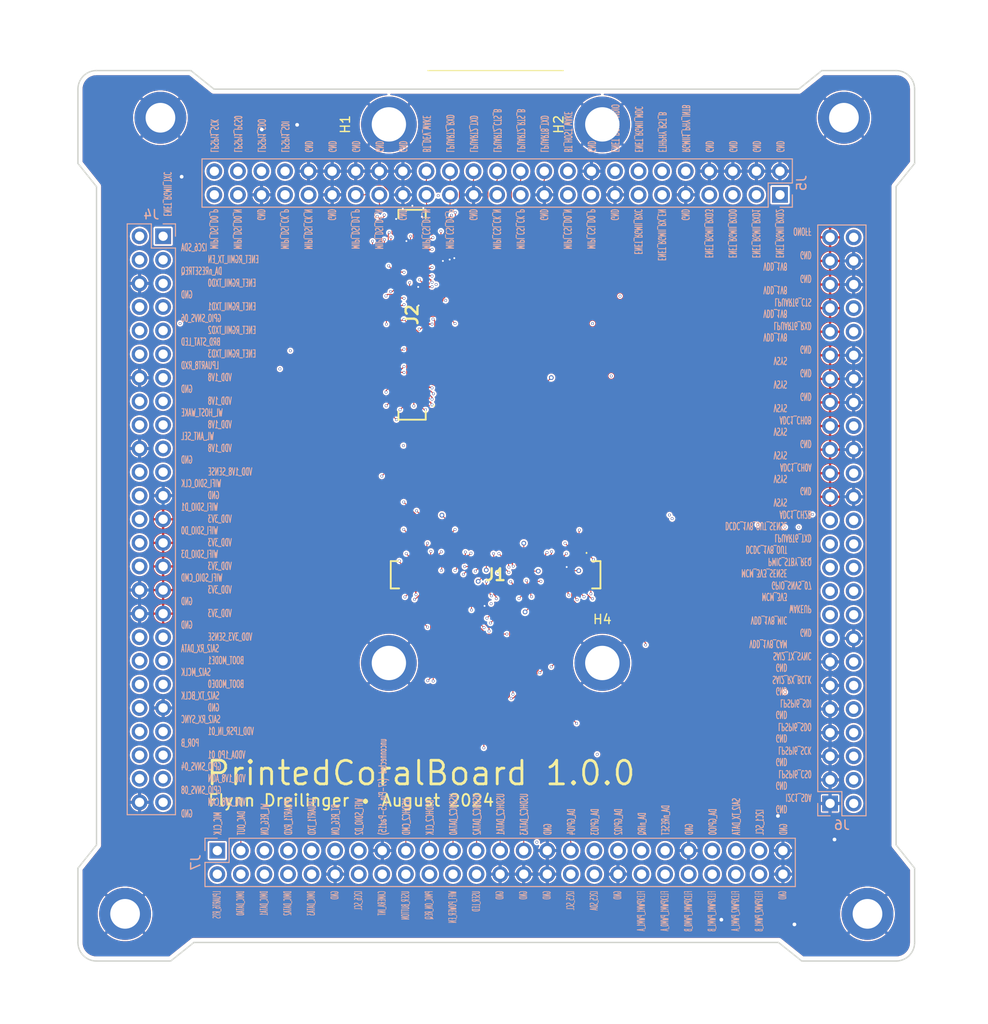
<source format=kicad_pcb>
(kicad_pcb (version 20240108) (generator "pcbnew") (generator_version "8.0")
  (layers (0 "F.Cu" signal) (1 "In1.Cu" signal) (2 "In2.Cu" signal) (31 "B.Cu" signal) (34 "B.Paste" user) (35 "F.Paste" user) (36 "B.SilkS" user "B.Silkscreen") (37 "F.SilkS" user "F.Silkscreen") (38 "B.Mask" user) (39 "F.Mask" user) (44 "Edge.Cuts" user))
  (net 0 "")
  (net 1 "VDD_3V3")
  (net 2 "ONOFF")
  (net 3 "PMIC_STBY_REQ")
  (net 4 "WAKEUP")
  (net 5 "PMIC_ON_REQ")
  (net 6 "DAC_OUT")
  (net 7 "USDHC2_DATA3")
  (net 8 "USDHC2_DATA2")
  (net 9 "USDHC2_DATA1")
  (net 10 "USDHC2_DATA0")
  (net 11 "USDHC2_CLK")
  (net 12 "USDHC2_CMD")
  (net 13 "USER_LED")
  (net 14 "VDD_1V8")
  (net 15 "LPSPI6_SDI")
  (net 16 "ADC1_CH0A")
  (net 17 "VDD")
  (net 18 "DA_GPIO2")
  (net 19 "GPIO_SNVS_04")
  (net 20 "BRD_STAT_LED")
  (net 21 "WIFI_SDIO_D2")
  (net 22 "FLEXPWM2_PWM1_B")
  (net 23 "GPIO_SNVS_06")
  (net 24 "FLEXPWM1_PWM1_A")
  (net 25 "GPIO_SNVS_07")
  (net 26 "GPIO_SNVS_08")
  (net 27 "DA_GPIO0")
  (net 28 "SAI2_RX_DATA")
  (net 29 "I2C1_SCL")
  (net 30 "WIFI_SDIO_D3")
  (net 31 "FLEXPWM1_PWM0_B")
  (net 32 "SAI2_RX_SYNC")
  (net 33 "FLEXPWM1_PWM0_A")
  (net 34 "DA_nRESETREQ")
  (net 35 "I2C5_SCL")
  (net 36 "LPSPI6_SDO")
  (net 37 "SAI2_MCLK")
  (net 38 "ADC1_CH2B")
  (net 39 "FLEXPWM1_PWM1_B")
  (net 40 "DMIC_DATA2")
  (net 41 "DA_GPIO4")
  (net 42 "WL_ANT_SEL")
  (net 43 "WIFI_SDIO_CMD")
  (net 44 "WIFI_SDIO_D0")
  (net 45 "LPSPI6_CS0")
  (net 46 "MIC_CLK")
  (net 47 "DMIC_DATA0")
  (net 48 "DA_GPIO3")
  (net 49 "WIFI_SDIO_CLK")
  (net 50 "ADC1_CH0B")
  (net 51 "WIFI_POWER_EN")
  (net 52 "I2C5_SDA")
  (net 53 "DA_nIRQ")
  (net 54 "USER_BUTTON")
  (net 55 "LPUART6_TXD")
  (net 56 "CAMERA_INT")
  (net 57 "WL_HOST_WAKE")
  (net 58 "I2C6_SDA")
  (net 59 "POR_B")
  (net 60 "SAI2_RX_BCLK")
  (net 61 "WL_REG_ON")
  (net 62 "BT_REG_ON")
  (net 63 "LPUART6_RXD")
  (net 64 "LPSPI6_SCK")
  (net 65 "WIFI_SDIO_D1")
  (net 66 "LPUART8_RXD")
  (net 67 "LPUART6_RTS")
  (net 68 "LPUART6_CTS")
  (net 69 "SAI2_TX_DATA")
  (net 70 "I2C6_SCL")
  (net 71 "I2C1_SDA")
  (net 72 "DA_nRESET")
  (net 73 "DMIC_DATA3")
  (net 74 "LPUART1_RXD")
  (net 75 "FLEXPWM2_PWM1_A")
  (net 76 "SAI2_TX_BCLK")
  (net 77 "SAI2_TX_SYNC")
  (net 78 "LPUART1_TXD")
  (net 79 "DMIC_DATA1")
  (net 80 "LPUART2_RTS_B")
  (net 81 "ENET_RGMII_TXD3")
  (net 82 "LPUART2_RXD")
  (net 83 "ENET_RGMII_TXD1")
  (net 84 "MIPI_CSI_D1_N")
  (net 85 "MIPI_DSI_CK_N")
  (net 86 "DCDC_1V8_OUT")
  (net 87 "MIPI_CSI_D0_N")
  (net 88 "VDD_1V8_CAM")
  (net 89 "LPUART2_TXD")
  (net 90 "LPUART8_TXD")
  (net 91 "ENET_RGMII_TXD0")
  (net 92 "RGMII1_PHY_INTB")
  (net 93 "LPSPI1_SDI")
  (net 95 "DCDC_1V8_OUT_SENSE")
  (net 96 "VDD_1V8_MIC")
  (net 97 "LPSPI1_PCS0")
  (net 98 "MIPI_DSI_D1_P")
  (net 99 "MIPI_DSI_D1_N")
  (net 100 "ENET_RGMII_RXD0")
  (net 101 "LPSPI1_SDO")
  (net 102 "ENET_RGMII_TXD2")
  (net 103 "ENET_RGMII_RX_EN")
  (net 104 "MIPI_DSI_D0_N")
  (net 105 "MIPI_CSI_CK_P")
  (net 106 "MIPI_DSI_CK_P")
  (net 108 "MIPI_CSI_D0_P")
  (net 109 "MIPI_CSI_D1_P")
  (net 110 "BOOT_MODE1")
  (net 111 "BOOT_MODE0")
  (net 113 "BT_HOST_WAKE")
  (net 115 "ENET_RGMII_RXD1")
  (net 116 "MCM_3V3_SENSE")
  (net 117 "LPUART2_CTS_B")
  (net 118 "LPSPI1_SCK")
  (net 119 "MIPI_DSI_D0_P")
  (net 120 "ENET_RGMII_TXC")
  (net 121 "ENET_RGMII_MDC")
  (net 122 "BT_DEV_WAKE")
  (net 123 "ENET_RGMII_RXC")
  (net 124 "ENET_RGMII_MDIO")
  (net 125 "MCM_3V3")
  (net 126 "ENET_RGMII_RXD3")
  (net 127 "MIPI_CSI_CK_N")
  (net 128 "ETHPHY_RST_B")
  (net 129 "ENET_RGMII_TX_EN")
  (net 130 "ENET_RGMII_RXD2")
  (net 131 "VSYS")
  (net 132 "VDD_1V8_SENSE")
  (net 133 "VDD_1V8_AON")
  (net 134 "VDD_3V3_SENSE")
  (net 135 "VDD_2V8_CAM")
  (net 136 "GND")
  (net 137 "VDD_LPSR_IN_01")
  (net 138 "VDDA_1P0_01")
  (footprint "adcs:CoralLandingPad" (layer "F.Cu") (at 56.51 5.7955 90)
    (property "Reference" "H2")
    (property "Value" "MountingHole_Pad")
  )
  (footprint "MountingHole:MountingHole_3.2mm_M3_DIN965_Pad" (layer "F.Cu") (at 8.89 5.08)
    (property "Reference" "H5" (hide yes))
    (property "Value" "MountingHole_Pad")
  )
  (footprint "MountingHole:MountingHole_3.2mm_M3_DIN965_Pad" (layer "F.Cu") (at 85.09 90.81)
    (property "Reference" "H7" (hide yes))
    (property "Value" "MountingHole_Pad")
  )
  (footprint "adcs:DF40HC30100DS04V51" (layer "F.Cu") (at 45.01 54.2955 180)
    (property "Reference" "J1")
    (property "Value" "DF40HC_3.0_-100DS-0.4V_51_" (hide yes))
  )
  (footprint "adcs:CoralLandingPad" (layer "F.Cu") (at 56.51 63.7955)
    (property "Reference" "H4")
    (property "Value" "MountingHole_Pad")
  )
  (footprint "adcs:CoralLandingPad" (layer "F.Cu") (at 33.51 63.7955)
    (property "Reference" "H3" (hide yes))
    (property "Value" "MountingHole_Pad")
  )
  (footprint "MountingHole:MountingHole_3.2mm_M3_DIN965_Pad" (layer "F.Cu") (at 5.08 90.81)
    (property "Reference" "H8" (hide yes))
    (property "Value" "MountingHole_Pad")
  )
  (footprint "adcs:DF40HC30100DS04V51" (layer "F.Cu") (at 36.01 26.2955 90)
    (property "Reference" "J2")
    (property "Value" "DF40HC_3.0_-100DS-0.4V_51_" (hide yes))
  )
  (footprint "MountingHole:MountingHole_3.2mm_M3_DIN965_Pad" (layer "F.Cu") (at 82.55 5.08)
    (property "Reference" "H6" (hide yes))
    (property "Value" "MountingHole_Pad")
  )
  (footprint "adcs:CoralLandingPad" (layer "F.Cu") (at 33.51 5.7955 90)
    (property "Reference" "H1")
    (property "Value" "MountingHole_Pad")
  )
  (footprint "Connector_PinHeader_2.54mm:PinHeader_2x25_P2.54mm_Vertical" (layer "B.Cu") (at 75.66 13.38 90)
    (property "Reference" "J5")
    (property "Value" "Conn_02x25_Odd_Even")
  )
  (footprint "Connector_PinHeader_2.54mm:PinHeader_2x25_P2.54mm_Vertical" (layer "B.Cu") (at 9.18 17.84 180)
    (property "Reference" "J4")
    (property "Value" "Conn_02x25_Odd_Even")
  )
  (footprint "Connector_PinHeader_2.54mm:PinHeader_2x25_P2.54mm_Vertical" (layer "B.Cu") (at 81.06 78.92)
    (property "Reference" "J6")
    (property "Value" "Conn_02x25_Odd_Even")
  )
  (footprint "Connector_PinHeader_2.54mm:PinHeader_2x25_P2.54mm_Vertical" (layer "B.Cu") (at 15.02 84 -90)
    (property "Reference" "J7")
    (property "Value" "Conn_02x25_Odd_Even")
  )
  (gr_line (start 52.31 0) (end 37.71 0) (stroke (width 0.13)) (layer "F.SilkS"))
  (gr_line (start 0 85.89) (end 0 93.89) (stroke (width 0.15)) (layer "Edge.Cuts"))
  (gr_line (start 2 83.39) (end 0 85.89) (stroke (width 0.15)) (layer "Edge.Cuts"))
  (gr_line (start 2 12.5) (end 0 10) (stroke (width 0.15)) (layer "Edge.Cuts"))
  (gr_line (start 88.17 12.5) (end 90.17 10) (stroke (width 0.15)) (layer "Edge.Cuts"))
  (gr_line (start 2 83.39) (end 2 12.5) (stroke (width 0.15)) (layer "Edge.Cuts"))
  (gr_arc (start 0 2) (mid 0.585786 0.585786) (end 2 0) (stroke (width 0.15)) (layer "Edge.Cuts"))
  (gr_line (start 14.669999 2) (end 77.67 2) (stroke (width 0.15)) (layer "Edge.Cuts"))
  (gr_line (start 90.17 10) (end 90.17 2) (stroke (width 0.15)) (layer "Edge.Cuts"))
  (gr_line (start 88.17 0) (end 80.17 0) (stroke (width 0.15)) (layer "Edge.Cuts"))
  (gr_line (start 90.17 93.89) (end 90.17 85.89) (stroke (width 0.15)) (layer "Edge.Cuts"))
  (gr_line (start 0 2) (end 0 10) (stroke (width 0.15)) (layer "Edge.Cuts"))
  (gr_line (start 75.5 93.89) (end 78 95.89) (stroke (width 0.15)) (layer "Edge.Cuts"))
  (gr_arc (start 88.17 0) (mid 89.584214 0.585786) (end 90.17 2) (stroke (width 0.15)) (layer "Edge.Cuts"))
  (gr_line (start 77.67 2) (end 80.17 0) (stroke (width 0.15)) (layer "Edge.Cuts"))
  (gr_line (start 2 95.89) (end 10 95.89) (stroke (width 0.15)) (layer "Edge.Cuts"))
  (gr_line (start 88.17 83.39) (end 90.17 85.89) (stroke (width 0.15)) (layer "Edge.Cuts"))
  (gr_line (start 75.5 93.89) (end 12.5 93.89) (stroke (width 0.15)) (layer "Edge.Cuts"))
  (gr_line (start 12.17 0) (end 2 0) (stroke (width 0.15)) (layer "Edge.Cuts"))
  (gr_arc (start 2 95.89) (mid 0.585786 95.304214) (end 0 93.89) (stroke (width 0.15)) (layer "Edge.Cuts"))
  (gr_line (start 12.5 93.89) (end 10 95.89) (stroke (width 0.15)) (layer "Edge.Cuts"))
  (gr_line (start 14.669999 2) (end 12.17 0) (stroke (width 0.15)) (layer "Edge.Cuts"))
  (gr_line (start 78 95.89) (end 88.17 95.89) (stroke (width 0.15)) (layer "Edge.Cuts"))
  (gr_line (start 88.17 12.5) (end 88.17 83.39) (stroke (width 0.15)) (layer "Edge.Cuts"))
  (gr_arc (start 90.17 93.89) (mid 89.584214 95.304214) (end 88.17 95.89) (stroke (width 0.15)) (layer "Edge.Cuts"))
  (gr_text "ENET_RGMII_TXC" (at 9.17 15.75 -90) (layer "B.SilkS") (effects (font (size 0.789 0.4) (thickness 0.1)) (justify left bottom mirror)))
  (gr_text "\nLPUART6_RTS\n\nDMIC_DATA0\n\nDMIC_DATA1\n\nDMIC_DATA2\n\nDMIC_DATA3\n\nGND\n\nI2C6_SCL\n\nCAMERA_INT\n\nUSER_BUTTON\n\nPMIC_ON_REQ\n\nWIFI_POWER_EN\n\nUSER_LED\n\nGND\n\nGND\n\nGND\n\nI2C5_SCL\n\nI2C5_SDA\n\nGND\n\nFLEXPWM1_PWM1_A\n\nFLEXPWM1_PWM0_A\n\nFLEXPWM1_PWM0_B\n\nFLEXPWM1_PWM1_B\n\nFLEXPWM2_PWM1_A\n\nFLEXPWM2_PWM1_B\n\nGND\n\n" (at 77.68 88.3 90) (layer "B.SilkS") (effects (font (size 0.789 0.3) (thickness 0.075) (bold yes)) (justify left bottom mirror)))
  (gr_text "I2C6_SDA\n\nDA_nRESETREQ\n\nGND\n\nGPIO_SNVS_06\n\nBRD_STAT_LED\n\nLPUART8_RXD\n\nGND\n\nWL_HOST_WAKE\n\nWL_ANT_SEL\n\nGND\n\nWIFI_SDIO_CLK\n\nWIFI_SDIO_D1\n\nWIFI_SDIO_D0\n\nWIFI_SDIO_D3\n\nWIFI_SDIO_CMD\n\nGND\n\nGND\n\nSAI2_RX_DATA\n\nSAI2_MCLK\n\nSAI2_TX_BCLK\n\nSAI2_RX_SYNC\n\nPOR_B\n\nGPIO_SNVS_04\n\nGPIO_SNVS_08\n\nGND" (at 11.06 80.49 0) (layer "B.SilkS") (effects (font (size 0.789 0.4) (thickness 0.1) (bold yes)) (justify right bottom mirror)))
  (gr_text "\nGND\n\nGND\n\nGND\n\nGND\n\nRGMII1_PHY_INTB\n\nETHPHY_RST_B\n\nENET_RGMII_MDC\n\nENET_RGMII_MDIO\n\nGND\n\nBT_HOST_WAKE\n\nLPUART8_TXD\n\nLPUART2_RTS_B\n\nLPUART2_CTS_B\n\nLPUART2_TXD\n\nLPUART2_RXD\n\nBT_DEV_WAKE\n\nGND\n\nGND\n\nGND\n\nGND\n\nGND\n\nLPSPI1_SDI\n\nLPSPI1_SDO\n\nLPSPI1_PCS0\n\nLPSPI1_SCK\n\n" (at 12.97 8.86 270) (layer "B.SilkS") (effects (font (size 0.789 0.4) (thickness 0.1) (bold yes)) (justify left bottom mirror)))
  (gr_text "ENET_RGMII_RXD2\n\nENET_RGMII_RXD1\n\nENET_RGMII_RXD0\n\nENET_RGMII_RXD3\n\nGND\n\nENET_RGMII_RX_EN\n\nENET_RGMII_RXC\n\nGND\n\nMIPI_CSI_D0_P\n\nMIPI_CSI_D0_N\n\nGND\n\nMIPI_CSI_CK_P\n\nMIPI_CSI_CK_N\n\nGND\n\nMIPI_CSI_D1_P\n\nMIPI_CSI_D1_N\n\nGND\n\nMIPI_DSI_D1_N\n\nMIPI_DSI_D1_P\n\nGND\n\nMIPI_DSI_CK_N\n\nMIPI_DSI_CK_P\n\nGND\n\nMIPI_DSI_D0_N\n\nMIPI_DSI_D0_P" (at 14.18 14.85 270) (layer "B.SilkS") (effects (font (size 0.789 0.4) (thickness 0.1) (bold yes)) (justify right bottom mirror)))
  (gr_text "MIC_CLK\n\nDAC_OUT\n\nWL_REG_ON\n\nLPUART1_RXD\n\nLPUART1_TXD\n\nBT_REG_ON\n\nWIFI_SDIO_D2\n\nunconnected-(J7-Pin_15-Pad15)\n\nUSDHC2_CMD\n\nUSDHC2_CLK\n\nUSDHC2_DATA0\n\nUSDHC2_DATA2\n\nUSDHC2_DATA1\n\nUSDHC2_DATA3\n\nGND\n\nDA_GPIO4\n\nDA_GPIO3\n\nDA_GPIO2\n\nDA_nIRQ\n\nDA_nRESET\n\nGND\n\nDA_GPIO0\n\nSAI2_TX_DATA\n\nI2C1_SCL\n\nGND" (at 76.5 82.39 90) (layer "B.SilkS") (effects (font (size 0.789 0.4) (thickness 0.1) (bold yes)) (justify right bottom mirror)))
  (gr_text "\n\nENET_RGMII_TX_EN\n\nENET_RGMII_TXD0\n\nENET_RGMII_TXD1\n\nENET_RGMII_TXD2\n\nENET_RGMII_TXD3\n\nVDD_1V8\n\nVDD_1V8\n\nVDD_1V8\n\nVDD_1V8\n\nVDD_1V8_SENSE\n\nGND\n\nVDD_3V3\n\nVDD_3V3\n\nVDD_3V3\n\nVDD_3V3\n\nVDD_3V3\n\nVDD_3V3_SENSE\n\nBOOT_MODE1\n\nBOOT_MODE0\n\nGND\n\nVDD_LPSR_IN_01\n\nVDDA_1P0_01\n\nVDD_1V8_AON\n\nVDD_2V8_CAM\n" (at 13.95 79.23 0) (layer "B.SilkS") (effects (font (size 0.789 0.4) (thickness 0.1) (bold yes)) (justify right bottom mirror)))
  (gr_text "I2C1_SDA\n\nLPSPI6_CS0\n\nLPSPI6_SCK\n\nLPSPI6_SDO\n\nLPSPI6_SDI\n\nSAI2_RX_BCLK\n\nSAI2_TX_SYNC\n\nGND\n\nWAKEUP\n\nGPIO_SNVS_07\n\nPMIC_STBY_REQ\n\nLPUART6_TXD\n\nADC1_CH2B\n\nGND\n\nADC1_CH0A\n\nGND\n\nADC1_CH0B\n\nGND\n\nGND\n\nGND\n\nLPUART6_RXD\n\nLPUART6_CTS\n\nGND\n\nGND\n\nONOFF\n\n" (at 79.12 15.58 180) (layer "B.SilkS") (effects (font (size 0.789 0.4) (thickness 0.1) (bold yes)) (justify right bottom mirror)))
  (gr_text "GND\n\nGND\n\nGND\n\nGND\n\nGND\n\nGND\n\nGND\n\nVDD_1V8_CAM\n\nVDD_1V8_MIC\n\nMCM_3V3\n\nMCM_3V3_SENSE\n\nDCDC_1V8_OUT\n\nDCDC_1V8_OUT_SENSE\n\nVSYS\n\nVSYS\n\nVSYS\n\nVSYS\n\nVSYS\n\nVSYS\n\nVSYS\n\nVDD_1V8\n\nVDD_1V8\n\nVDD_1V8\n\nVDD_1V8" (at 76.5 20.62 180) (layer "B.SilkS") (effects (font (size 0.789 0.4) (thickness 0.1) (bold yes)) (justify right bottom mirror)))
  (gr_text "PrintedCoralBoard 1.0.0" (at 13.66 77.14 0) (layer "F.SilkS") (effects (font (size 2.54 2.54) (thickness 0.3)) (justify left bottom)))
  (gr_text "Flynn Dreilinger • August 2024" (at 13.92 79.34 0) (layer "F.SilkS") (effects (font (size 1.27 1.27) (thickness 0.2)) (justify left bottom)))
  (segment (start 49.21 52.7555) (end 49.21 34.8698) (width 0.09) (layer "F.Cu") (net 2))
  (segment (start 49.21 34.8698) (end 51.0118 33.068) (width 0.09) (layer "F.Cu") (net 2))
  (via (at 51.0118 33.068) (size 0.5) (drill 0.3) (layers "F.Cu" "B.Cu") (net 2))
  (segment (start 48.865 53.3505) (end 51.0805 53.3505) (width 0.09) (layer "F.Cu") (net 3))
  (segment (start 51.0805 53.3505) (end 51.5856 53.8556) (width 0.09) (layer "F.Cu") (net 3))
  (segment (start 48.81 53.2955) (end 48.865 53.3505) (width 0.09) (layer "F.Cu") (net 3))
  (segment (start 48.81 52.7555) (end 48.81 53.2955) (width 0.09) (layer "F.Cu") (net 3))
  (segment (start 51.5856 53.8556) (end 53.9748 53.8556) (width 0.09) (layer "F.Cu") (net 3))
  (via (at 53.9748 53.8556) (size 0.5) (drill 0.3) (layers "F.Cu" "B.Cu") (net 3))
  (segment (start 48.01 52.1588) (end 48.0488 52.12) (width 0.09) (layer "F.Cu") (net 4))
  (segment (start 48.01 52.7555) (end 48.01 52.1588) (width 0.09) (layer "F.Cu") (net 4))
  (segment (start 48.0488 52.12) (end 48.0488 50.8988) (width 0.09) (layer "F.Cu") (net 4))
  (via (at 48.0488 50.8988) (size 0.5) (drill 0.3) (layers "F.Cu" "B.Cu") (net 4))
  (segment (start 49.21 56.4161) (end 49.21 55.8355) (width 0.09) (layer "F.Cu") (net 5))
  (segment (start 48.1874 58.2968) (end 49.2868 57.1974) (width 0.09) (layer "F.Cu") (net 5))
  (segment (start 49.2868 56.4929) (end 49.21 56.4161) (width 0.09) (layer "F.Cu") (net 5))
  (segment (start 49.2868 57.1974) (end 49.2868 56.4929) (width 0.09) (layer "F.Cu") (net 5))
  (via (at 48.1874 58.2968) (size 0.5) (drill 0.3) (layers "F.Cu" "B.Cu") (net 5))
  (segment (start 17.56 70.5) (end 30.9812 57.0788) (width 0.09) (layer "F.Cu") (net 6))
  (segment (start 36.01 56.472215) (end 36.01 55.8355) (width 0.09) (layer "F.Cu") (net 6))
  (segment (start 17.56 84) (end 17.56 70.5) (width 0.09) (layer "F.Cu") (net 6))
  (segment (start 30.9812 57.0788) (end 35.403415 57.0788) (width 0.09) (layer "F.Cu") (net 6))
  (segment (start 35.403415 57.0788) (end 36.01 56.472215) (width 0.09) (layer "F.Cu") (net 6))
  (segment (start 48.04 82.9033) (end 40.81 75.6733) (width 0.09) (layer "F.Cu") (net 7))
  (segment (start 48.04 84) (end 48.04 82.9033) (width 0.09) (layer "F.Cu") (net 7))
  (segment (start 40.81 75.6733) (end 40.81 55.8355) (width 0.09) (layer "F.Cu") (net 7))
  (segment (start 42.96 82.9033) (end 40.01 79.9533) (width 0.09) (layer "F.Cu") (net 8))
  (segment (start 40.01 79.9533) (end 40.01 55.8355) (width 0.09) (layer "F.Cu") (net 8))
  (segment (start 42.96 84) (end 42.96 82.9033) (width 0.09) (layer "F.Cu") (net 8))
  (segment (start 45.5 84) (end 45.5 82.9033) (width 0.09) (layer "F.Cu") (net 9))
  (segment (start 40.41 77.8133) (end 40.41 55.8355) (width 0.09) (layer "F.Cu") (net 9))
  (segment (start 45.5 82.9033) (end 40.41 77.8133) (width 0.09) (layer "F.Cu") (net 9))
  (segment (start 40.42 82.9033) (end 39.61 82.0933) (width 0.09) (layer "F.Cu") (net 10))
  (segment (start 40.42 84) (end 40.42 82.9033) (width 0.09) (layer "F.Cu") (net 10))
  (segment (start 39.61 82.0933) (end 39.61 55.8355) (width 0.09) (layer "F.Cu") (net 10))
  (segment (start 39.21 81.5733) (end 39.21 55.8355) (width 0.09) (layer "F.Cu") (net 11))
  (segment (start 37.88 82.9033) (end 39.21 81.5733) (width 0.09) (layer "F.Cu") (net 11))
  (segment (start 37.88 84) (end 37.88 82.9033) (width 0.09) (layer "F.Cu") (net 11))
  (segment (start 38.81 79.4333) (end 38.81 55.8355) (width 0.09) (layer "F.Cu") (net 12))
  (segment (start 35.34 84) (end 35.34 82.9033) (width 0.09) (layer "F.Cu") (net 12))
  (segment (start 35.34 82.9033) (end 38.81 79.4333) (width 0.09) (layer "F.Cu") (net 12))
  (segment (start 50.01 64.5886) (end 50.01 55.8355) (width 0.09) (layer "F.Cu") (net 13))
  (segment (start 49.7677 64.8309) (end 50.01 64.5886) (width 0.09) (layer "F.Cu") (net 13))
  (via (at 49.459 83.0913) (size 0.3) (drill 0.2) (layers "F.Cu" "B.Cu") (net 13))
  (via (at 49.7677 64.8309) (size 0.3) (drill 0.2) (layers "F.Cu" "B.Cu") (net 13))
  (segment (start 35.7 27.3629) (end 35.1323 26.7952) (width 0.09) (layer "F.Cu") (net 14))
  (segment (start 35.032 26.8955) (end 35.1323 26.7952) (width 0.09) (layer "F.Cu") (net 14))
  (segment (start 35.7 27.9855) (end 35.7 27.3629) (width 0.09) (layer "F.Cu") (net 14))
  (segment (start 37.55 29.2955) (end 37.01 29.2955) (width 0.09) (layer "F.Cu") (net 14))
  (segment (start 37.01 29.2955) (end 35.7 27.9855) (width 0.09) (layer "F.Cu") (net 14))
  (segment (start 34.47 26.8955) (end 35.032 26.8955) (width 0.09) (layer "F.Cu") (net 14))
  (via (at 21.7673 32.1293) (size 0.3) (drill 0.2) (layers "F.Cu" "B.Cu") (net 14))
  (via (at 22.8912 30.1732) (size 0.3) (drill 0.2) (layers "F.Cu" "B.Cu") (net 14))
  (via (at 35.1323 26.7952) (size 0.3) (drill 0.2) (layers "F.Cu" "B.Cu") (net 14))
  (segment (start 46.41 53.4303) (end 46.41 52.7555) (width 0.09) (layer "F.Cu") (net 15))
  (segment (start 46.4469 53.4672) (end 46.41 53.4303) (width 0.09) (layer "F.Cu") (net 15))
  (via (at 46.4469 53.4672) (size 0.3) (drill 0.2) (layers "F.Cu" "B.Cu") (net 15))
  (segment (start 53.21 51.6155) (end 52.4933 50.8988) (width 0.09) (layer "F.Cu") (net 16))
  (segment (start 53.21 52.7555) (end 53.21 51.6155) (width 0.09) (layer "F.Cu") (net 16))
  (via (at 52.4933 50.8988) (size 0.3) (drill 0.2) (layers "F.Cu" "B.Cu") (net 16))
  (segment (start 42.41 55.8355) (end 42.41 58.09) (width 0.09) (layer "F.Cu") (net 18))
  (via (at 42.41 58.09) (size 0.3) (drill 0.2) (layers "F.Cu" "B.Cu") (net 18))
  (via (at 55.96 73.63) (size 0.3) (drill 0.2) (layers "F.Cu" "B.Cu") (net 18))
  (segment (start 43.61 53.4751) (end 43.5033 53.5818) (width 0.09) (layer "F.Cu") (net 19))
  (segment (start 43.5033 53.5818) (end 43.5033 54.6298) (width 0.09) (layer "F.Cu") (net 19))
  (segment (start 43.61 52.7555) (end 43.61 53.4751) (width 0.09) (layer "F.Cu") (net 19))
  (segment (start 43.5033 54.6298) (end 43.133 55.0001) (width 0.09) (layer "F.Cu") (net 19))
  (via (at 43.133 55.0001) (size 0.5) (drill 0.3) (layers "F.Cu" "B.Cu") (net 19))
  (segment (start 39.21 53.7781) (end 39.21 52.7555) (width 0.09) (layer "F.Cu") (net 20))
  (segment (start 39.1598 53.8283) (end 39.21 53.7781) (width 0.09) (layer "F.Cu") (net 20))
  (via (at 35.0751 40.3867) (size 0.3) (drill 0.2) (layers "F.Cu" "B.Cu") (net 20))
  (via (at 39.1598 53.8283) (size 0.3) (drill 0.2) (layers "F.Cu" "B.Cu") (net 20))
  (segment (start 38.01 57.4713) (end 38.285 57.7463) (width 0.09) (layer "F.Cu") (net 21))
  (segment (start 38.01 55.8355) (end 38.01 57.4713) (width 0.09) (layer "F.Cu") (net 21))
  (segment (start 38.285 57.7463) (end 38.285 65.741) (width 0.09) (layer "F.Cu") (net 21))
  (via (at 38.285 65.741) (size 0.3) (drill 0.2) (layers "F.Cu" "B.Cu") (net 21))
  (segment (start 54.81 55.8355) (end 54.81 56.3222) (width 0.09) (layer "F.Cu") (net 22))
  (segment (start 55.3551 56.8673) (end 55.4575 56.8673) (width 0.09) (layer "F.Cu") (net 22))
  (segment (start 54.81 56.3222) (end 55.3551 56.8673) (width 0.09) (layer "F.Cu") (net 22))
  (via (at 55.4575 56.8673) (size 0.3) (drill 0.2) (layers "F.Cu" "B.Cu") (net 22))
  (segment (start 39.61 48.261) (end 39.2254 47.8764) (width 0.09) (layer "F.Cu") (net 23))
  (segment (start 39.61 52.7555) (end 39.61 48.261) (width 0.09) (layer "F.Cu") (net 23))
  (via (at 39.2254 47.8764) (size 0.5) (drill 0.3) (layers "F.Cu" "B.Cu") (net 23))
  (segment (start 52.9068 56.4837) (end 52.9069 56.4837) (width 0.09) (layer "F.Cu") (net 24))
  (segment (start 52.81 55.8355) (end 52.81 56.3222) (width 0.09) (layer "F.Cu") (net 24))
  (segment (start 52.9068 56.419) (end 52.9068 56.4837) (width 0.09) (layer "F.Cu") (net 24))
  (segment (start 52.81 56.3222) (end 52.9068 56.419) (width 0.09) (layer "F.Cu") (net 24))
  (via (at 52.9069 56.4837) (size 0.3) (drill 0.2) (layers "F.Cu" "B.Cu") (net 24))
  (segment (start 48.41 53.3647) (end 48.946 53.9007) (width 0.09) (layer "F.Cu") (net 25))
  (segment (start 48.41 52.7555) (end 48.41 53.3647) (width 0.09) (layer "F.Cu") (net 25))
  (segment (start 48.946 53.9007) (end 49.6086 53.9007) (width 0.09) (layer "F.Cu") (net 25))
  (via (at 49.6086 53.9007) (size 0.5) (drill 0.3) (layers "F.Cu" "B.Cu") (net 25))
  (segment (start 44.01 53.7774) (end 44 53.7874) (width 0.09) (layer "F.Cu") (net 26))
  (segment (start 44.01 52.7555) (end 44.01 53.7774) (width 0.09) (layer "F.Cu") (net 26))
  (via (at 44 53.7874) (size 0.5) (drill 0.3) (layers "F.Cu" "B.Cu") (net 26))
  (segment (start 44.01 55.8355) (end 44.01 55.0608) (width 0.09) (layer "F.Cu") (net 27))
  (segment (start 44.01 55.0608) (end 44.0291 55.0417) (width 0.09) (layer "F.Cu") (net 27))
  (via (at 44.53 57.41) (size 0.3) (drill 0.2) (layers "F.Cu" "B.Cu") (net 27))
  (via (at 44.0291 55.0417) (size 0.3) (drill 0.2) (layers "F.Cu" "B.Cu") (net 27))
  (segment (start 41.61 52.7555) (end 41.61 52.2688) (width 0.09) (layer "F.Cu") (net 28))
  (segment (start 41.7586 52.1202) (end 41.7586 51.8541) (width 0.09) (layer "F.Cu") (net 28))
  (segment (start 41.61 52.2688) (end 41.7586 52.1202) (width 0.09) (layer "F.Cu") (net 28))
  (via (at 41.7586 51.8541) (size 0.3) (drill 0.2) (layers "F.Cu" "B.Cu") (net 28))
  (segment (start 44.81 55.8355) (end 44.81 56.4104) (width 0.09) (layer "F.Cu") (net 29))
  (segment (start 44.81 56.4104) (end 45.0863 56.6867) (width 0.09) (layer "F.Cu") (net 29))
  (segment (start 45.0863 56.6867) (end 45.0863 56.8658) (width 0.09) (layer "F.Cu") (net 29))
  (via (at 45.0863 56.8658) (size 0.3) (drill 0.2) (layers "F.Cu" "B.Cu") (net 29))
  (segment (start 35.61 52.2487) (end 35.61 52.7555) (width 0.09) (layer "F.Cu") (net 30))
  (segment (start 35.383 52.0217) (end 35.61 52.2487) (width 0.09) (layer "F.Cu") (net 30))
  (via (at 35.383 52.0217) (size 0.3) (drill 0.2) (layers "F.Cu" "B.Cu") (net 30))
  (segment (start 53.61 56.8022) (end 53.7906 56.9828) (width 0.09) (layer "F.Cu") (net 31))
  (segment (start 53.61 55.8355) (end 53.61 56.8022) (width 0.09) (layer "F.Cu") (net 31))
  (via (at 53.7906 56.9828) (size 0.3) (drill 0.2) (layers "F.Cu" "B.Cu") (net 31))
  (segment (start 42.81 53.2422) (end 42.5419 53.2422) (width 0.09) (layer "F.Cu") (net 32))
  (segment (start 42.81 52.7555) (end 42.81 53.2422) (width 0.09) (layer "F.Cu") (net 32))
  (segment (start 42.5419 53.2422) (end 41.5395 54.2446) (width 0.09) (layer "F.Cu") (net 32))
  (via (at 41.5395 54.2446) (size 0.3) (drill 0.2) (layers "F.Cu" "B.Cu") (net 32))
  (segment (start 53.21 56.8752) (end 53.21 55.8355) (width 0.09) (layer "F.Cu") (net 33))
  (segment (start 53.7558 57.421) (end 53.21 56.8752) (width 0.09) (layer "F.Cu") (net 33))
  (segment (start 56.951 57.421) (end 53.7558 57.421) (width 0.09) (layer "F.Cu") (net 33))
  (segment (start 61.18 61.65) (end 56.951 57.421) (width 0.09) (layer "F.Cu") (net 33))
  (segment (start 61.18 61.85) (end 61.18 61.65) (width 0.09) (layer "F.Cu") (net 33))
  (via (at 61.18 61.85) (size 0.3) (drill 0.2) (layers "F.Cu" "B.Cu") (net 33))
  (segment (start 40.41 49.6517) (end 40.6413 49.4204) (width 0.09) (layer "F.Cu") (net 34))
  (segment (start 40.41 52.7555) (end 40.41 49.6517) (width 0.09) (layer "F.Cu") (net 34))
  (via (at 40.6413 49.4204) (size 0.3) (drill 0.2) (layers "F.Cu" "B.Cu") (net 34))
  (via (at 39.6262 24.7525) (size 0.3) (drill 0.2) (layers "F.Cu" "B.Cu") (net 34))
  (segment (start 51.61 63.6061) (end 51.0033 64.2128) (width 0.09) (layer "F.Cu") (net 35))
  (segment (start 51.61 55.8355) (end 51.61 63.6061) (width 0.09) (layer "F.Cu") (net 35))
  (via (at 51.0033 64.2128) (size 0.3) (drill 0.2) (layers "F.Cu" "B.Cu") (net 35))
  (segment (start 46.4369 54.0419) (end 46.01 53.615) (width 0.09) (layer "F.Cu") (net 36))
  (segment (start 46.01 53.615) (end 46.01 52.7555) (width 0.09) (layer "F.Cu") (net 36))
  (via (at 46.4369 54.0419) (size 0.3) (drill 0.2) (layers "F.Cu" "B.Cu") (net 36))
  (segment (start 42.01 52.2688) (end 42.0555 52.2688) (width 0.09) (layer "F.Cu") (net 37))
  (segment (start 42.0555 52.2688) (end 42.3531 51.9712) (width 0.09) (layer "F.Cu") (net 37))
  (segment (start 42.01 52.7555) (end 42.01 52.2688) (width 0.09) (layer "F.Cu") (net 37))
  (via (at 42.3531 51.9712) (size 0.3) (drill 0.2) (layers "F.Cu" "B.Cu") (net 37))
  (segment (start 54.0367 49.4824) (end 54.01 49.5091) (width 0.09) (layer "F.Cu") (net 38))
  (segment (start 54.01 49.5091) (end 54.01 52.7555) (width 0.09) (layer "F.Cu") (net 38))
  (via (at 54.0367 49.4824) (size 0.3) (drill 0.2) (layers "F.Cu" "B.Cu") (net 38))
  (segment (start 54.01 55.8355) (end 54.01 56.3222) (width 0.09) (layer "F.Cu") (net 39))
  (segment (start 54.2061 56.3222) (end 54.01 56.3222) (width 0.09) (layer "F.Cu") (net 39))
  (segment (start 54.5439 56.66) (end 54.2061 56.3222) (width 0.09) (layer "F.Cu") (net 39))
  (via (at 54.5439 56.66) (size 0.3) (drill 0.2) (layers "F.Cu" "B.Cu") (net 39))
  (segment (start 46.81 55.2148) (end 46.6364 55.0412) (width 0.09) (layer "F.Cu") (net 40))
  (segment (start 46.81 55.8355) (end 46.81 55.2148) (width 0.09) (layer "F.Cu") (net 40))
  (via (at 46.6364 55.0412) (size 0.3) (drill 0.2) (layers "F.Cu" "B.Cu") (net 40))
  (segment (start 53.12 83.0133) (end 41.61 71.5033) (width 0.09) (layer "F.Cu") (net 41))
  (segment (start 41.61 71.5033) (end 41.61 55.8355) (width 0.09) (layer "F.Cu") (net 41))
  (segment (start 53.12 84) (end 53.12 83.0133) (width 0.09) (layer "F.Cu") (net 41))
  (segment (start 37.6783 50.8988) (end 37.61 50.9671) (width 0.09) (layer "F.Cu") (net 42))
  (segment (start 37.61 50.9671) (end 37.61 52.7555) (width 0.09) (layer "F.Cu") (net 42))
  (via (at 37.6783 50.8988) (size 0.3) (drill 0.2) (layers "F.Cu" "B.Cu") (net 42))
  (segment (start 34.6405 52.9142) (end 34.9685 53.2422) (width 0.09) (layer "F.Cu") (net 43))
  (segment (start 34.6405 52.8047) (end 34.6405 52.9142) (width 0.09) (layer "F.Cu") (net 43))
  (segment (start 35.21 52.7555) (end 35.21 53.2422) (width 0.09) (layer "F.Cu") (net 43))
  (segment (start 34.9685 53.2422) (end 35.21 53.2422) (width 0.09) (layer "F.Cu") (net 43))
  (via (at 34.6405 52.8047) (size 0.3) (drill 0.2) (layers "F.Cu" "B.Cu") (net 43))
  (segment (start 36.01 50.3222) (end 36.01 52.7555) (width 0.09) (layer "F.Cu") (net 44))
  (segment (start 35.1082 49.4204) (end 36.01 50.3222) (width 0.09) (layer "F.Cu") (net 44))
  (via (at 35.1082 49.4204) (size 0.3) (drill 0.2) (layers "F.Cu" "B.Cu") (net 44))
  (segment (start 45.21 54.0423) (end 45.21 52.7555) (width 0.09) (layer "F.Cu") (net 45))
  (segment (start 45.2637 54.096) (end 45.21 54.0423) (width 0.09) (layer "F.Cu") (net 45))
  (via (at 76.1973 66.9319) (size 0.3) (drill 0.2) (layers "F.Cu" "B.Cu") (net 45))
  (via (at 45.2637 54.096) (size 0.3) (drill 0.2) (layers "F.Cu" "B.Cu") (net 45))
  (segment (start 35.2398 56.6838) (end 35.6014 56.3222) (width 0.09) (layer "F.Cu") (net 46))
  (segment (start 35.61 55.8355) (end 35.61 56.3222) (width 0.09) (layer "F.Cu") (net 46))
  (segment (start 35.6014 56.3222) (end 35.61 56.3222) (width 0.09) (layer "F.Cu") (net 46))
  (via (at 35.2398 56.6838) (size 0.3) (drill 0.2) (layers "F.Cu" "B.Cu") (net 46))
  (segment (start 46.01 55.8355) (end 46.01 57.9307) (width 0.09) (layer "F.Cu") (net 47))
  (segment (start 46.01 57.9307) (end 44.4507 59.49) (width 0.09) (layer "F.Cu") (net 47))
  (via (at 44.4507 59.49) (size 0.3) (drill 0.2) (layers "F.Cu" "B.Cu") (net 47))
  (segment (start 44.0427 60.6797) (end 46.23 60.6797) (width 0.09) (layer "F.Cu") (net 48))
  (segment (start 42.01 55.8355) (end 42.01 58.647) (width 0.09) (layer "F.Cu") (net 48))
  (segment (start 42.01 58.647) (end 44.0427 60.6797) (width 0.09) (layer "F.Cu") (net 48))
  (via (at 46.23 60.6797) (size 0.3) (drill 0.2) (layers "F.Cu" "B.Cu") (net 48))
  (segment (start 36.4923 47.4068) (end 36.81 47.7245) (width 0.09) (layer "F.Cu") (net 49))
  (segment (start 36.81 47.7245) (end 36.81 52.7555) (width 0.09) (layer "F.Cu") (net 49))
  (via (at 36.4923 47.4068) (size 0.3) (drill 0.2) (layers "F.Cu" "B.Cu") (net 49))
  (segment (start 52.6375 52.0217) (end 52.41 52.2492) (width 0.09) (layer "F.Cu") (net 50))
  (segment (start 52.41 52.2492) (end 52.41 52.7555) (width 0.09) (layer "F.Cu") (net 50))
  (via (at 52.6375 52.0217) (size 0.3) (drill 0.2) (layers "F.Cu" "B.Cu") (net 50))
  (segment (start 49.481 65.0018) (end 46.877 67.6058) (width 0.09) (layer "F.Cu") (net 51))
  (segment (start 49.61 55.8355) (end 49.61 64.5832) (width 0.09) (layer "F.Cu") (net 51))
  (segment (start 49.481 64.7122) (end 49.481 65.0018) (width 0.09) (layer "F.Cu") (net 51))
  (segment (start 46.877 67.6058) (end 46.6991 67.6058) (width 0.09) (layer "F.Cu") (net 51))
  (segment (start 49.61 64.5832) (end 49.481 64.7122) (width 0.09) (layer "F.Cu") (net 51))
  (via (at 46.6991 67.6058) (size 0.3) (drill 0.2) (layers "F.Cu" "B.Cu") (net 51))
  (segment (start 52.01 68.57) (end 52.01 55.8355) (width 0.09) (layer "F.Cu") (net 52))
  (segment (start 53.74 70.3) (end 52.01 68.57) (width 0.09) (layer "F.Cu") (net 52))
  (via (at 53.74 70.3) (size 0.3) (drill 0.2) (layers "F.Cu" "B.Cu") (net 52))
  (segment (start 42.81 55.8355) (end 42.81 59.0411) (width 0.09) (layer "F.Cu") (net 53))
  (segment (start 42.81 59.0411) (end 43.7588 59.9899) (width 0.09) (layer "F.Cu") (net 53))
  (via (at 43.7588 59.9899) (size 0.3) (drill 0.2) (layers "F.Cu" "B.Cu") (net 53))
  (segment (start 48.81 56.5771) (end 48.8901 56.6572) (width 0.09) (layer "F.Cu") (net 54))
  (segment (start 48.81 55.8355) (end 48.81 56.5771) (width 0.09) (layer "F.Cu") (net 54))
  (via (at 48.8901 56.6572) (size 0.3) (drill 0.2) (layers "F.Cu" "B.Cu") (net 54))
  (segment (start 54.81 52.2688) (end 55.1772 52.2688) (width 0.09) (layer "F.Cu") (net 55))
  (segment (start 54.81 52.7555) (end 54.81 52.2688) (width 0.09) (layer "F.Cu") (net 55))
  (segment (start 55.1772 52.2688) (end 55.5535 52.6451) (width 0.09) (layer "F.Cu") (net 55))
  (via (at 55.5535 52.6451) (size 0.3) (drill 0.2) (layers "F.Cu" "B.Cu") (net 55))
  (segment (start 48.41 55.0137) (end 48.41 55.8355) (width 0.09) (layer "F.Cu") (net 56))
  (segment (start 48.3251 54.9288) (end 48.41 55.0137) (width 0.09) (layer "F.Cu") (net 56))
  (via (at 48.3251 54.9288) (size 0.3) (drill 0.2) (layers "F.Cu" "B.Cu") (net 56))
  (segment (start 38.01 52.7555) (end 38.01 51.8029) (width 0.09) (layer "F.Cu") (net 57))
  (segment (start 38.01 51.8029) (end 38.0354 51.7775) (width 0.09) (layer "F.Cu") (net 57))
  (via (at 38.0354 51.7775) (size 0.3) (drill 0.2) (layers "F.Cu" "B.Cu") (net 57))
  (segment (start 40.81 53.6596) (end 40.81 52.7555) (width 0.09) (layer "F.Cu") (net 58))
  (segment (start 40.6413 53.8283) (end 40.81 53.6596) (width 0.09) (layer "F.Cu") (net 58))
  (via (at 40.6413 53.8283) (size 0.3) (drill 0.2) (layers "F.Cu" "B.Cu") (net 58))
  (segment (start 43.21 53.529) (end 42.8275 53.9115) (width 0.09) (layer "F.Cu") (net 59))
  (segment (start 43.21 52.7555) (end 43.21 53.529) (width 0.09) (layer "F.Cu") (net 59))
  (via (at 42.8275 53.9115) (size 0.3) (drill 0.2) (layers "F.Cu" "B.Cu") (net 59))
  (segment (start 46.81 53.264) (end 46.81 52.7555) (width 0.09) (layer "F.Cu") (net 60))
  (segment (start 46.9145 53.3685) (end 46.81 53.264) (width 0.09) (layer "F.Cu") (net 60))
  (via (at 46.9145 53.3685) (size 0.3) (drill 0.2) (layers "F.Cu" "B.Cu") (net 60))
  (segment (start 36.41 56.4122) (end 36.41 55.8355) (width 0.09) (layer "F.Cu") (net 61))
  (segment (start 36.4354 56.4376) (end 36.41 56.4122) (width 0.09) (layer "F.Cu") (net 61))
  (via (at 36.4354 56.4376) (size 0.3) (drill 0.2) (layers "F.Cu" "B.Cu") (net 61))
  (segment (start 37.61 57.9848) (end 38.0008 58.3756) (width 0.09) (layer "F.Cu") (net 62))
  (segment (start 38.0008 65.3975) (end 37.6977 65.7006) (width 0.09) (layer "F.Cu") (net 62))
  (segment (start 37.61 55.8355) (end 37.61 57.9848) (width 0.09) (layer "F.Cu") (net 62))
  (segment (start 38.0008 58.3756) (end 38.0008 65.3975) (width 0.09) (layer "F.Cu") (net 62))
  (via (at 37.6977 65.7006) (size 0.3) (drill 0.2) (layers "F.Cu" "B.Cu") (net 62))
  (segment (start 50.81 52.7555) (end 50.81 52.2688) (width 0.09) (layer "F.Cu") (net 63))
  (segment (start 50.81 52.2688) (end 51.0417 52.0371) (width 0.09) (layer "F.Cu") (net 63))
  (segment (start 51.0417 52.0371) (end 51.0417 51.8073) (width 0.09) (layer "F.Cu") (net 63))
  (via (at 51.0417 51.8073) (size 0.3) (drill 0.2) (layers "F.Cu" "B.Cu") (net 63))
  (via (at 57.4736 32.8867) (size 0.3) (drill 0.2) (layers "F.Cu" "B.Cu") (net 63))
  (segment (start 45.61 52.7555) (end 45.61 52.2634) (width 0.09) (layer "F.Cu") (net 64))
  (segment (start 45.61 52.2634) (end 45.3699 52.0233) (width 0.09) (layer "F.Cu") (net 64))
  (via (at 45.3699 52.0233) (size 0.3) (drill 0.2) (layers "F.Cu" "B.Cu") (net 64))
  (segment (start 36.41 47.767) (end 35.1066 46.4636) (width 0.09) (layer "F.Cu") (net 65))
  (segment (start 36.41 52.7555) (end 36.41 47.767) (width 0.09) (layer "F.Cu") (net 65))
  (via (at 35.1066 46.4636) (size 0.3) (drill 0.2) (layers "F.Cu" "B.Cu") (net 65))
  (segment (start 38.81 52.7555) (end 38.81 52.171) (width 0.09) (layer "F.Cu") (net 66))
  (segment (start 38.81 52.171) (end 39.1577 51.8233) (width 0.09) (layer "F.Cu") (net 66))
  (via (at 39.1577 51.8233) (size 0.3) (drill 0.2) (layers "F.Cu" "B.Cu") (net 66))
  (segment (start 45.61 57.4369) (end 45.61 55.8355) (width 0.09) (layer "F.Cu") (net 67))
  (segment (start 44.0801 58.9668) (end 45.61 57.4369) (width 0.09) (layer "F.Cu") (net 67))
  (via (at 44.0801 58.9668) (size 0.3) (drill 0.2) (layers "F.Cu" "B.Cu") (net 67))
  (segment (start 50.41 52.0444) (end 50.41 52.7555) (width 0.09) (layer "F.Cu") (net 68))
  (segment (start 50.5496 51.9048) (end 50.41 52.0444) (width 0.09) (layer "F.Cu") (net 68))
  (via (at 64.038 48.2477) (size 0.3) (drill 0.2) (layers "F.Cu" "B.Cu") (net 68))
  (via (at 50.5496 51.9048) (size 0.3) (drill 0.2) (layers "F.Cu" "B.Cu") (net 68))
  (segment (start 44.41 56.4159) (end 44.41 55.8355) (width 0.09) (layer "F.Cu") (net 69))
  (segment (start 44.555 56.5609) (end 44.41 56.4159) (width 0.09) (layer "F.Cu") (net 69))
  (via (at 44.555 56.5609) (size 0.3) (drill 0.2) (layers "F.Cu" "B.Cu") (net 69))
  (segment (start 47.5295 56.8417) (end 48.01 56.3612) (width 0.09) (layer "F.Cu") (net 70))
  (segment (start 48.01 56.3612) (end 48.01 55.8355) (width 0.09) (layer "F.Cu") (net 70))
  (via (at 47.5295 56.8417) (size 0.3) (drill 0.2) (layers "F.Cu" "B.Cu") (net 70))
  (segment (start 44.7817 52.0217) (end 44.81 52.05) (width 0.09) (layer "F.Cu") (net 71))
  (segment (start 44.81 52.05) (end 44.81 52.7555) (width 0.09) (layer "F.Cu") (net 71))
  (via (at 44.7817 52.0217) (size 0.3) (drill 0.2) (layers "F.Cu" "B.Cu") (net 71))
  (segment (start 43.21 55.8355) (end 43.21 58.9593) (width 0.09) (layer "F.Cu") (net 72))
  (segment (start 43.21 58.9593) (end 44.3055 60.0548) (width 0.09) (layer "F.Cu") (net 72))
  (segment (start 44.3055 60.0548) (end 44.3055 60.3531) (width 0.09) (layer "F.Cu") (net 72))
  (via (at 44.3055 60.3531) (size 0.3) (drill 0.2) (layers "F.Cu" "B.Cu") (net 72))
  (segment (start 46.8815 56.6507) (end 46.8815 67.1596) (width 0.09) (layer "F.Cu") (net 73))
  (segment (start 47.21 56.3222) (end 46.8815 56.6507) (width 0.09) (layer "F.Cu") (net 73))
  (segment (start 47.21 55.8355) (end 47.21 56.3222) (width 0.09) (layer "F.Cu") (net 73))
  (via (at 46.8815 67.1596) (size 0.3) (drill 0.2) (layers "F.Cu" "B.Cu") (net 73))
  (segment (start 36.3351 56.9434) (end 36.81 56.4685) (width 0.09) (layer "F.Cu") (net 74))
  (segment (start 36.81 56.4685) (end 36.81 55.8355) (width 0.09) (layer "F.Cu") (net 74))
  (segment (start 36.27 56.9434) (end 36.3351 56.9434) (width 0.09) (layer "F.Cu") (net 74))
  (via (at 36.27 56.9434) (size 0.3) (drill 0.2) (layers "F.Cu" "B.Cu") (net 74))
  (segment (start 54.41 55.8355) (end 54.41 55.3488) (width 0.09) (layer "F.Cu") (net 75))
  (segment (start 54.41 55.3488) (end 55.0437 55.3488) (width 0.09) (layer "F.Cu") (net 75))
  (segment (start 55.277 55.5821) (end 55.277 56.3424) (width 0.09) (layer "F.Cu") (net 75))
  (segment (start 55.0437 55.3488) (end 55.277 55.5821) (width 0.09) (layer "F.Cu") (net 75))
  (via (at 55.277 56.3424) (size 0.3) (drill 0.2) (layers "F.Cu" "B.Cu") (net 75))
  (segment (start 42.41 53.0009) (end 42.41 52.7555) (width 0.09) (layer "F.Cu") (net 76))
  (segment (start 41.6784 53.412) (end 41.9989 53.412) (width 0.09) (layer "F.Cu") (net 76))
  (segment (start 41.9989 53.412) (end 42.41 53.0009) (width 0.09) (layer "F.Cu") (net 76))
  (via (at 41.6784 53.412) (size 0.3) (drill 0.2) (layers "F.Cu" "B.Cu") (net 76))
  (segment (start 47.21 52.7555) (end 47.21 53.2422) (width 0.09) (layer "F.Cu") (net 77))
  (segment (start 48.9716 55.0038) (end 49.8847 55.0038) (width 0.09) (layer "F.Cu") (net 77))
  (segment (start 47.21 53.2422) (end 48.9716 55.0038) (width 0.09) (layer "F.Cu") (net 77))
  (segment (start 49.8847 55.0038) (end 49.8847 55.0039) (width 0.09) (layer "F.Cu") (net 77))
  (via (at 49.8847 55.0039) (size 0.3) (drill 0.2) (layers "F.Cu" "B.Cu") (net 77))
  (segment (start 37.21 59.4617) (end 37.21 55.8355) (width 0.09) (layer "F.Cu") (net 78))
  (segment (start 37.6783 59.93) (end 37.21 59.4617) (width 0.09) (layer "F.Cu") (net 78))
  (via (at 37.6783 59.93) (size 0.3) (drill 0.2) (layers "F.Cu" "B.Cu") (net 78))
  (segment (start 46.41 56.3222) (end 46.5167 56.4289) (width 0.09) (layer "F.Cu") (net 79))
  (segment (start 46.5167 56.4289) (end 46.5167 67.3828) (width 0.09) (layer "F.Cu") (net 79))
  (segment (start 43.7445 70.155) (end 43.7445 72.9348) (width 0.09) (layer "F.Cu") (net 79))
  (segment (start 46.41 55.8355) (end 46.41 56.3222) (width 0.09) (layer "F.Cu") (net 79))
  (segment (start 46.5167 67.3828) (end 43.7445 70.155) (width 0.09) (layer "F.Cu") (net 79))
  (via (at 43.7445 72.9348) (size 0.3) (drill 0.2) (layers "F.Cu" "B.Cu") (net 79))
  (segment (start 47.72 10.84) (end 47.72 11.8267) (width 0.09) (layer "F.Cu") (net 80))
  (segment (start 46.7333 16.9831) (end 38.0367 25.6797) (width 0.09) (layer "F.Cu") (net 80))
  (segment (start 37.55 25.6955) (end 38.0367 25.6955) (width 0.09) (layer "F.Cu") (net 80))
  (segment (start 47.72 11.8267) (end 46.7333 12.8134) (width 0.09) (layer "F.Cu") (net 80))
  (segment (start 38.0367 25.6797) (end 38.0367 25.6955) (width 0.09) (layer "F.Cu") (net 80))
  (segment (start 46.7333 12.8134) (end 46.7333 16.9831) (width 0.09) (layer "F.Cu") (net 80))
  (segment (start 35.0411 25.2111) (end 34.9567 25.2955) (width 0.09) (layer "F.Cu") (net 81))
  (segment (start 34.47 25.2955) (end 34.9567 25.2955) (width 0.09) (layer "F.Cu") (net 81))
  (segment (start 35.138 25.2111) (end 35.0411 25.2111) (width 0.09) (layer "F.Cu") (net 81))
  (via (at 11.0113 27.2301) (size 0.3) (drill 0.2) (layers "F.Cu" "B.Cu") (net 81))
  (via (at 35.138 25.2111) (size 0.3) (drill 0.2) (layers "F.Cu" "B.Cu") (net 81))
  (segment (start 41.0961 21.4361) (end 41.0961 12.8228) (width 0.09) (layer "F.Cu") (net 82))
  (segment (start 37.55 24.4955) (end 38.0367 24.4955) (width 0.09) (layer "F.Cu") (net 82))
  (segment (start 40.1 10.84) (end 40.1 11.8267) (width 0.09) (layer "F.Cu") (net 82))
  (segment (start 38.0367 24.4955) (end 41.0961 21.4361) (width 0.09) (layer "F.Cu") (net 82))
  (segment (start 41.0961 12.8228) (end 40.1 11.8267) (width 0.09) (layer "F.Cu") (net 82))
  (segment (start 35.138 24.523) (end 34.9842 24.523) (width 0.09) (layer "F.Cu") (net 83))
  (segment (start 34.9842 24.523) (end 34.9567 24.4955) (width 0.09) (layer "F.Cu") (net 83))
  (segment (start 34.47 24.4955) (end 34.9567 24.4955) (width 0.09) (layer "F.Cu") (net 83))
  (via (at 35.138 24.523) (size 0.3) (drill 0.2) (layers "F.Cu" "B.Cu") (net 83))
  (segment (start 37.56 14.3667) (end 38.0367 14.8434) (width 0.09) (layer "F.Cu") (net 84))
  (segment (start 38.0367 14.8434) (end 38.0367 16.4955) (width 0.09) (layer "F.Cu") (net 84))
  (segment (start 37.56 13.38) (end 37.56 14.3667) (width 0.09) (layer "F.Cu") (net 84))
  (segment (start 37.55 16.4955) (end 38.0367 16.4955) (width 0.09) (layer "F.Cu") (net 84))
  (segment (start 35.845 18.555) (end 35.5045 18.8955) (width 0.09) (layer "F.Cu") (net 85))
  (segment (start 35.845 17.84) (end 35.845 18.555) (width 0.09) (layer "F.Cu") (net 85))
  (segment (start 35.5045 18.8955) (end 34.47 18.8955) (width 0.09) (layer "F.Cu") (net 85))
  (via (at 35.845 17.84) (size 0.3) (drill 0.2) (layers "F.Cu" "B.Cu") (net 85))
  (segment (start 38.0367 34.4955) (end 38.0367 34.5319) (width 0.09) (layer "F.Cu") (net 86))
  (segment (start 38.0367 34.5319) (end 38.3108 34.806) (width 0.09) (layer "F.Cu") (net 86))
  (segment (start 37.55 34.4955) (end 38.0367 34.4955) (width 0.09) (layer "F.Cu") (net 86))
  (via (at 38.3108 34.806) (size 0.3) (drill 0.2) (layers "F.Cu" "B.Cu") (net 86))
  (via (at 79.1603 47.7989) (size 0.3) (drill 0.2) (layers "F.Cu" "B.Cu") (net 86))
  (segment (start 39.1214 17.2986) (end 39.1214 17.8108) (width 0.09) (layer "F.Cu") (net 87))
  (segment (start 39.1214 17.8108) (end 38.0367 18.8955) (width 0.09) (layer "F.Cu") (net 87))
  (segment (start 37.55 18.8955) (end 38.0367 18.8955) (width 0.09) (layer "F.Cu") (net 87))
  (via (at 39.1214 17.2986) (size 0.3) (drill 0.2) (layers "F.Cu" "B.Cu") (net 87))
  (segment (start 37.0633 36.2675) (end 37.0633 36.0955) (width 0.09) (layer "F.Cu") (net 88))
  (segment (start 37.55 36.0955) (end 37.0633 36.0955) (width 0.09) (layer "F.Cu") (net 88))
  (segment (start 37.4646 36.5247) (end 37.3205 36.5247) (width 0.09) (layer "F.Cu") (net 88))
  (segment (start 37.3205 36.5247) (end 37.0633 36.2675) (width 0.09) (layer "F.Cu") (net 88))
  (via (at 37.4646 36.5247) (size 0.3) (drill 0.2) (layers "F.Cu" "B.Cu") (net 88))
  (via (at 63.7502 47.86) (size 0.3) (drill 0.2) (layers "F.Cu" "B.Cu") (net 88))
  (segment (start 41.5345 21.3977) (end 38.0367 24.8955) (width 0.09) (layer "F.Cu") (net 89))
  (segment (start 42.64 11.8267) (end 41.5345 12.9322) (width 0.09) (layer "F.Cu") (net 89))
  (segment (start 42.64 10.84) (end 42.64 11.8267) (width 0.09) (layer "F.Cu") (net 89))
  (segment (start 37.55 24.8955) (end 38.0367 24.8955) (width 0.09) (layer "F.Cu") (net 89))
  (segment (start 41.5345 12.9322) (end 41.5345 21.3977) (width 0.09) (layer "F.Cu") (net 89))
  (segment (start 50.26 10.84) (end 50.26 11.8267) (width 0.09) (layer "F.Cu") (net 90))
  (segment (start 50.26 11.8267) (end 49.1372 12.9495) (width 0.09) (layer "F.Cu") (net 90))
  (segment (start 39.3395 24.7927) (end 38.0367 26.0955) (width 0.09) (layer "F.Cu") (net 90))
  (segment (start 39.3395 24.6338) (end 39.3395 24.7927) (width 0.09) (layer "F.Cu") (net 90))
  (segment (start 49.1372 14.8361) (end 39.3395 24.6338) (width 0.09) (layer "F.Cu") (net 90))
  (segment (start 49.1372 12.9495) (end 49.1372 14.8361) (width 0.09) (layer "F.Cu") (net 90))
  (segment (start 37.55 26.0955) (end 38.0367 26.0955) (width 0.09) (layer "F.Cu") (net 90))
  (segment (start 33.1969 24.2689) (end 33.3703 24.0955) (width 0.09) (layer "F.Cu") (net 91))
  (segment (start 33.3703 24.0955) (end 34.47 24.0955) (width 0.09) (layer "F.Cu") (net 91))
  (via (at 33.1969 24.2689) (size 0.3) (drill 0.2) (layers "F.Cu" "B.Cu") (net 91))
  (segment (start 37.0241 28.4955) (end 37.55 28.4955) (width 0.09) (layer "F.Cu") (net 92))
  (segment (start 36.2747 24.6447) (end 36.2747 27.7461) (width 0.09) (layer "F.Cu") (net 92))
  (segment (start 36.2747 27.7461) (end 37.0241 28.4955) (width 0.09) (layer "F.Cu") (net 92))
  (segment (start 35.75 24.12) (end 36.2747 24.6447) (width 0.09) (layer "F.Cu") (net 92))
  (segment (start 35.75 22.84) (end 35.75 24.12) (width 0.09) (layer "F.Cu") (net 92))
  (via (at 35.75 22.84) (size 0.3) (drill 0.2) (layers "F.Cu" "B.Cu") (net 92))
  (segment (start 33.4816 21.028) (end 33.7491 21.2955) (width 0.09) (layer "F.Cu") (net 93))
  (segment (start 33.7491 21.2955) (end 34.47 21.2955) (width 0.09) (layer "F.Cu") (net 93))
  (via (at 33.4816 21.028) (size 0.3) (drill 0.2) (layers "F.Cu" "B.Cu") (net 93))
  (segment (start 38.0812 34.0955) (end 38.1595 34.1738) (width 0.09) (layer "F.Cu") (net 95))
  (segment (start 37.55 34.0955) (end 38.0812 34.0955) (width 0.09) (layer "F.Cu") (net 95))
  (via (at 38.1595 34.1738) (size 0.3) (drill 0.2) (layers "F.Cu" "B.Cu") (net 95))
  (segment (start 38.0367 35.8727) (end 38.0367 35.6955) (width 0.09) (layer "F.Cu") (net 96))
  (segment (start 37.55 35.6955) (end 38.0367 35.6955) (width 0.09) (layer "F.Cu") (net 96))
  (segment (start 38.1595 35.9955) (end 38.0367 35.8727) (width 0.09) (layer "F.Cu") (net 96))
  (via (at 38.1595 35.9955) (size 0.3) (drill 0.2) (layers "F.Cu" "B.Cu") (net 96))
  (via (at 73.2343 48.9033) (size 0.3) (drill 0.2) (layers "F.Cu" "B.Cu") (net 96))
  (segment (start 34.47 22.0955) (end 33.9833 22.0955) (width 0.09) (layer "F.Cu") (net 97))
  (segment (start 33.9833 22.0955) (end 32.7301 20.8423) (width 0.09) (layer "F.Cu") (net 97))
  (segment (start 32.7301 20.8423) (end 32.7301 15.9843) (width 0.09) (layer "F.Cu") (net 97))
  (segment (start 33.0113 15.7031) (end 33.0113 15.5509) (width 0.09) (layer "F.Cu") (net 97))
  (segment (start 32.7301 15.9843) (end 33.0113 15.7031) (width 0.09) (layer "F.Cu") (net 97))
  (via (at 33.0113 15.5509) (size 0.3) (drill 0.2) (layers "F.Cu" "B.Cu") (net 97))
  (segment (start 35.0667 17.6862) (end 34.9567 17.7962) (width 0.09) (layer "F.Cu") (net 98))
  (segment (start 29.94 13.38) (end 30.9267 13.38) (width 0.09) (layer "F.Cu") (net 98))
  (segment (start 34.47 18.0955) (end 34.9567 18.0955) (width 0.09) (layer "F.Cu") (net 98))
  (segment (start 35.0667 16.0223) (end 35.0667 17.6862) (width 0.09) (layer "F.Cu") (net 98))
  (segment (start 32.879 12.343) (end 33.6722 13.1362) (width 0.09) (layer "F.Cu") (net 98))
  (segment (start 31.9637 12.343) (end 32.879 12.343) (width 0.09) (layer "F.Cu") (net 98))
  (segment (start 33.6722 13.1362) (end 33.6722 14.6278) (width 0.09) (layer "F.Cu") (net 98))
  (segment (start 33.6722 14.6278) (end 35.0667 16.0223) (width 0.09) (layer "F.Cu") (net 98))
  (segment (start 30.9267 13.38) (end 31.9637 12.343) (width 0.09) (layer "F.Cu") (net 98))
  (segment (start 34.9567 17.7962) (end 34.9567 18.0955) (width 0.09) (layer "F.Cu") (net 98))
  (segment (start 33.842 17.5542) (end 33.842 15.7287) (width 0.09) (layer "F.Cu") (net 99))
  (segment (start 34.47 17.6955) (end 33.9833 17.6955) (width 0.09) (layer "F.Cu") (net 99))
  (segment (start 33.842 15.7287) (end 32.48 14.3667) (width 0.09) (layer "F.Cu") (net 99))
  (segment (start 32.48 13.38) (end 32.48 14.3667) (width 0.09) (layer "F.Cu") (net 99))
  (segment (start 33.9833 17.6955) (end 33.842 17.5542) (width 0.09) (layer "F.Cu") (net 99))
  (segment (start 37.55 22.4955) (end 38.0367 22.4955) (width 0.09) (layer "F.Cu") (net 100))
  (segment (start 38.0367 22.6743) (end 38.1579 22.7955) (width 0.09) (layer "F.Cu") (net 100))
  (segment (start 38.0367 22.4955) (end 38.0367 22.6743) (width 0.09) (layer "F.Cu") (net 100))
  (via (at 38.1579 22.7955) (size 0.3) (drill 0.2) (layers "F.Cu" "B.Cu") (net 100))
  (segment (start 34.9842 21.723) (end 34.9567 21.6955) (width 0.09) (layer "F.Cu") (net 101))
  (segment (start 34.47 21.6955) (end 34.9567 21.6955) (width 0.09) (layer "F.Cu") (net 101))
  (segment (start 35.138 21.723) (end 34.9842 21.723) (width 0.09) (layer "F.Cu") (net 101))
  (via (at 35.138 21.723) (size 0.3) (drill 0.2) (layers "F.Cu" "B.Cu") (net 101))
  (segment (start 33.9833 24.8955) (end 33.2427 25.6361) (width 0.09) (layer "F.Cu") (net 102))
  (segment (start 34.47 24.8955) (end 33.9833 24.8955) (width 0.09) (layer "F.Cu") (net 102))
  (segment (start 33.2427 25.6361) (end 33.2427 27.3085) (width 0.09) (layer "F.Cu") (net 102))
  (via (at 33.2427 27.3085) (size 0.3) (drill 0.2) (layers "F.Cu" "B.Cu") (net 102))
  (segment (start 38.1595 21.1955) (end 38.1367 21.1955) (width 0.09) (layer "F.Cu") (net 103))
  (segment (start 38.1367 21.1955) (end 38.0367 21.2955) (width 0.09) (layer "F.Cu") (net 103))
  (segment (start 37.55 21.2955) (end 38.0367 21.2955) (width 0.09) (layer "F.Cu") (net 103))
  (via (at 38.1595 21.1955) (size 0.3) (drill 0.2) (layers "F.Cu" "B.Cu") (net 103))
  (segment (start 33.5553 17.4525) (end 33.443 17.5648) (width 0.09) (layer "F.Cu") (net 104))
  (segment (start 33.443 19.5552) (end 33.9833 20.0955) (width 0.09) (layer "F.Cu") (net 104))
  (segment (start 33.443 17.5648) (end 33.443 19.5552) (width 0.09) (layer "F.Cu") (net 104))
  (segment (start 34.47 20.0955) (end 33.9833 20.0955) (width 0.09) (layer "F.Cu") (net 104))
  (via (at 33.5553 17.4525) (size 0.3) (drill 0.2) (layers "F.Cu" "B.Cu") (net 104))
  (segment (start 37.55 18.0955) (end 38.1513 18.0955) (width 0.09) (layer "F.Cu") (net 105))
  (segment (start 38.1513 18.0955) (end 38.2513 17.9955) (width 0.09) (layer "F.Cu") (net 105))
  (via (at 38.2513 17.9955) (size 0.3) (drill 0.2) (layers "F.Cu" "B.Cu") (net 105))
  (segment (start 33.7297 19.0419) (end 33.9833 19.2955) (width 0.09) (layer "F.Cu") (net 106))
  (segment (start 34.47 19.2955) (end 33.9833 19.2955) (width 0.09) (layer "F.Cu") (net 106))
  (segment (start 33.7297 17.9498) (end 33.7297 19.0419) (width 0.09) (layer "F.Cu") (net 106))
  (via (at 33.7297 17.9498) (size 0.3) (drill 0.2) (layers "F.Cu" "B.Cu") (net 106))
  (segment (start 37.55 19.2955) (end 38.0367 19.2955) (width 0.09) (layer "F.Cu") (net 108))
  (segment (start 38.0779 19.2543) (end 38.0367 19.2955) (width 0.09) (layer "F.Cu") (net 108))
  (segment (start 38.1595 19.2543) (end 38.0779 19.2543) (width 0.09) (layer "F.Cu") (net 108))
  (via (at 38.1595 19.2543) (size 0.3) (drill 0.2) (layers "F.Cu" "B.Cu") (net 108))
  (segment (start 40.1 13.38) (end 40.1 14.8322) (width 0.09) (layer "F.Cu") (net 109))
  (segment (start 40.1 14.8322) (end 38.0367 16.8955) (width 0.09) (layer "F.Cu") (net 109))
  (segment (start 37.55 16.8955) (end 38.0367 16.8955) (width 0.09) (layer "F.Cu") (net 109))
  (segment (start 34.47 32.0955) (end 34.9567 32.0955) (width 0.09) (layer "F.Cu") (net 110))
  (segment (start 35.138 31.8763) (end 34.9567 32.0576) (width 0.09) (layer "F.Cu") (net 110))
  (segment (start 34.9567 32.0576) (end 34.9567 32.0955) (width 0.09) (layer "F.Cu") (net 110))
  (via (at 35.138 31.8763) (size 0.3) (drill 0.2) (layers "F.Cu" "B.Cu") (net 110))
  (segment (start 34.9683 32.5071) (end 34.9567 32.4955) (width 0.09) (layer "F.Cu") (net 111))
  (segment (start 34.47 32.4955) (end 34.9567 32.4955) (width 0.09) (layer "F.Cu") (net 111))
  (segment (start 35.138 32.5071) (end 34.9683 32.5071) (width 0.09) (layer "F.Cu") (net 111))
  (via (at 35.138 32.5071) (size 0.3) (drill 0.2) (layers "F.Cu" "B.Cu") (net 111))
  (segment (start 38.0586 26.4736) (end 38.0367 26.4955) (width 0.09) (layer "F.Cu") (net 113))
  (segment (start 40.6413 27.2444) (end 39.8705 26.4736) (width 0.09) (layer "F.Cu") (net 113))
  (segment (start 37.55 26.4955) (end 38.0367 26.4955) (width 0.09) (layer "F.Cu") (net 113))
  (segment (start 39.8705 26.4736) (end 38.0586 26.4736) (width 0.09) (layer "F.Cu") (net 113))
  (via (at 40.6413 27.2444) (size 0.3) (drill 0.2) (layers "F.Cu" "B.Cu") (net 113))
  (segment (start 37.0633 22.7778) (end 37.0633 22.8955) (width 0.09) (layer "F.Cu") (net 115))
  (segment (start 36.8138 22.5283) (end 37.0633 22.7778) (width 0.09) (layer "F.Cu") (net 115))
  (segment (start 37.55 22.8955) (end 37.0633 22.8955) (width 0.09) (layer "F.Cu") (net 115))
  (via (at 36.8138 22.5283) (size 0.3) (drill 0.2) (layers "F.Cu" "B.Cu") (net 115))
  (via (at 38.6043 23.0337) (size 0.3) (drill 0.2) (layers "F.Cu" "B.Cu") (net 115))
  (segment (start 38.1595 35.3855) (end 38.1595 35.1747) (width 0.09) (layer "F.Cu") (net 116))
  (segment (start 38.1595 35.1747) (end 37.8803 34.8955) (width 0.09) (layer "F.Cu") (net 116))
  (segment (start 37.8803 34.8955) (end 37.55 34.8955) (width 0.09) (layer "F.Cu") (net 116))
  (via (at 38.1595 35.3855) (size 0.3) (drill 0.2) (layers "F.Cu" "B.Cu") (net 116))
  (via (at 77.6788 49.1705) (size 0.3) (drill 0.2) (layers "F.Cu" "B.Cu") (net 116))
  (segment (start 44.1933 19.1389) (end 38.0367 25.2955) (width 0.09) (layer "F.Cu") (net 117))
  (segment (start 45.18 11.8267) (end 44.1933 12.8134) (width 0.09) (layer "F.Cu") (net 117))
  (segment (start 45.18 10.84) (end 45.18 11.8267) (width 0.09) (layer "F.Cu") (net 117))
  (segment (start 44.1933 12.8134) (end 44.1933 19.1389) (width 0.09) (layer "F.Cu") (net 117))
  (segment (start 37.55 25.2955) (end 38.0367 25.2955) (width 0.09) (layer "F.Cu") (net 117))
  (segment (start 32.258 15.7083) (end 32.5386 15.9889) (width 0.09) (layer "F.Cu") (net 118))
  (segment (start 33.9833 22.4955) (end 34.47 22.4955) (width 0.09) (layer "F.Cu") (net 118))
  (segment (start 32.5386 21.0508) (end 33.9833 22.4955) (width 0.09) (layer "F.Cu") (net 118))
  (segment (start 32.5386 15.9889) (end 32.5386 21.0508) (width 0.09) (layer "F.Cu") (net 118))
  (via (at 32.258 15.7083) (size 0.3) (drill 0.2) (layers "F.Cu" "B.Cu") (net 118))
  (segment (start 34.47 20.4955) (end 33.9833 20.4955) (width 0.09) (layer "F.Cu") (net 119))
  (segment (start 33.9833 20.4955) (end 33.031 19.5432) (width 0.09) (layer "F.Cu") (net 119))
  (segment (start 33.031 19.5432) (end 33.031 18.2026) (width 0.09) (layer "F.Cu") (net 119))
  (via (at 33.031 18.2026) (size 0.3) (drill 0.2) (layers "F.Cu" "B.Cu") (net 119))
  (segment (start 33.9833 23.2955) (end 31.7507 21.0629) (width 0.09) (layer "F.Cu") (net 120))
  (segment (start 31.7507 21.0629) (end 31.7507 18.3724) (width 0.09) (layer "F.Cu") (net 120))
  (segment (start 34.47 23.2955) (end 33.9833 23.2955) (width 0.09) (layer "F.Cu") (net 120))
  (via (at 31.7507 18.3724) (size 0.3) (drill 0.2) (layers "F.Cu" "B.Cu") (net 120))
  (segment (start 36.7763 27.8423) (end 36.9165 27.8423) (width 0.09) (layer "F.Cu") (net 121))
  (segment (start 37.55 27.6955) (end 37.0633 27.6955) (width 0.09) (layer "F.Cu") (net 121))
  (segment (start 36.9165 27.8423) (end 37.0633 27.6955) (width 0.09) (layer "F.Cu") (net 121))
  (via (at 36.7763 27.8423) (size 0.3) (drill 0.2) (layers "F.Cu" "B.Cu") (net 121))
  (via (at 38.8345 13.4658) (size 0.3) (drill 0.2) (layers "F.Cu" "B.Cu") (net 121))
  (segment (start 36.435 14.713615) (end 36.13 15.018615) (width 0.09) (layer "F.Cu") (net 122))
  (segment (start 36.13 13.2567) (end 36.435 13.5617) (width 0.09) (layer "F.Cu") (net 122))
  (segment (start 36.435 13.5617) (end 36.435 14.713615) (width 0.09) (layer "F.Cu") (net 122))
  (segment (start 36.13 15.018615) (end 36.13 23.51) (width 0.09) (layer "F.Cu") (net 122))
  (segment (start 37.56 10.84) (end 37.56 11.8267) (width 0.09) (layer "F.Cu") (net 122))
  (segment (start 36.13 23.51) (end 36.7155 24.0955) (width 0.09) (layer "F.Cu") (net 122))
  (segment (start 36.7155 24.0955) (end 37.55 24.0955) (width 0.09) (layer "F.Cu") (net 122))
  (segment (start 37.56 11.8267) (end 36.13 13.2567) (width 0.09) (layer "F.Cu") (net 122))
  (segment (start 37.55 20.8955) (end 38.0367 20.8955) (width 0.09) (layer "F.Cu") (net 123))
  (segment (start 40.6685 15.2844) (end 40.6685 18.2637) (width 0.09) (layer "F.Cu") (net 123))
  (segment (start 40.6685 18.2637) (end 38.0367 20.8955) (width 0.09) (layer "F.Cu") (net 123))
  (via (at 40.6685 15.2844) (size 0.3) (drill 0.2) (layers "F.Cu" "B.Cu") (net 123))
  (segment (start 37.55 27.2955) (end 38.1502 27.2955) (width 0.09) (layer "F.Cu") (net 124))
  (segment (start 38.1502 27.2955) (end 38.1579 27.3032) (width 0.09) (layer "F.Cu") (net 124))
  (via (at 55.4563 27.2444) (size 0.3) (drill 0.2) (layers "F.Cu" "B.Cu") (net 124))
  (via (at 38.1579 27.3032) (size 0.3) (drill 0.2) (layers "F.Cu" "B.Cu") (net 124))
  (segment (start 37.55 35.2955) (end 37.0633 35.2955) (width 0.09) (layer "F.Cu") (net 125))
  (segment (start 37.0633 35.2955) (end 36.9822 35.2144) (width 0.09) (layer "F.Cu") (net 125))
  (segment (start 36.4841 35.2144) (end 36.1968 35.5017) (width 0.09) (layer "F.Cu") (net 125))
  (segment (start 36.1968 35.5017) (end 36.1968 36.1148) (width 0.09) (layer "F.Cu") (net 125))
  (segment (start 36.9822 35.2144) (end 36.4841 35.2144) (width 0.09) (layer "F.Cu") (net 125))
  (via (at 36.1968 36.1148) (size 0.3) (drill 0.2) (layers "F.Cu" "B.Cu") (net 125))
  (via (at 76.1973 49.1705) (size 0.3) (drill 0.2) (layers "F.Cu" "B.Cu") (net 125))
  (segment (start 38.1579 22.1327) (end 38.0739 22.1327) (width 0.09) (layer "F.Cu") (net 126))
  (segment (start 37.55 22.0955) (end 38.0367 22.0955) (width 0.09) (layer "F.Cu") (net 126))
  (segment (start 38.0739 22.1327) (end 38.0367 22.0955) (width 0.09) (layer "F.Cu") (net 126))
  (via (at 38.1579 22.1327) (size 0.3) (drill 0.2) (layers "F.Cu" "B.Cu") (net 126))
  (segment (start 37.55 17.6955) (end 38.1404 17.6955) (width 0.09) (layer "F.Cu") (net 127))
  (segment (start 38.1404 17.6955) (end 40.262 15.5739) (width 0.09) (layer "F.Cu") (net 127))
  (via (at 40.262 15.5739) (size 0.3) (drill 0.2) (layers "F.Cu" "B.Cu") (net 127))
  (segment (start 37.55 28.0955) (end 38.0367 28.0955) (width 0.09) (layer "F.Cu") (net 128))
  (segment (start 38.0367 28.0955) (end 38.4447 27.6875) (width 0.09) (layer "F.Cu") (net 128))
  (segment (start 38.4447 27.6875) (end 38.4447 26.9382) (width 0.09) (layer "F.Cu") (net 128))
  (segment (start 38.4447 26.9382) (end 38.2668 26.7603) (width 0.09) (layer "F.Cu") (net 128))
  (via (at 38.2668 26.7603) (size 0.3) (drill 0.2) (layers "F.Cu" "B.Cu") (net 128))
  (via (at 58.4193 24.2876) (size 0.3) (drill 0.2) (layers "F.Cu" "B.Cu") (net 128))
  (segment (start 33.6949 23.7994) (end 33.8794 23.7994) (width 0.09) (layer "F.Cu") (net 129))
  (segment (start 33.8794 23.7994) (end 33.9833 23.6955) (width 0.09) (layer "F.Cu") (net 129))
  (segment (start 34.47 23.6955) (end 33.9833 23.6955) (width 0.09) (layer "F.Cu") (net 129))
  (via (at 33.6949 23.7994) (size 0.3) (drill 0.2) (layers "F.Cu" "B.Cu") (net 129))
  (segment (start 38.0367 23.2955) (end 38.0619 23.2703) (width 0.09) (layer "F.Cu") (net 130))
  (segment (start 37.55 23.2955) (end 38.0367 23.2955) (width 0.09) (layer "F.Cu") (net 130))
  (segment (start 38.0619 23.2703) (end 38.1579 23.2703) (width 0.09) (layer "F.Cu") (net 130))
  (via (at 38.1579 23.2703) (size 0.3) (drill 0.2) (layers "F.Cu" "B.Cu") (net 130))
  (segment (start 34.9567 27.2955) (end 35.4349 27.7737) (width 0.09) (layer "F.Cu") (net 132))
  (segment (start 35.4349 27.7737) (end 35.4349 40.9813) (width 0.09) (layer "F.Cu") (net 132))
  (segment (start 34.47 27.2955) (end 34.9567 27.2955) (width 0.09) (layer "F.Cu") (net 132))
  (segment (start 35.4349 40.9813) (end 32.7477 43.6685) (width 0.09) (layer "F.Cu") (net 132))
  (via (at 32.7477 43.6685) (size 0.3) (drill 0.2) (layers "F.Cu" "B.Cu") (net 132))
  (segment (start 33.9833 37.2541) (end 34.3224 37.5932) (width 0.09) (layer "F.Cu") (net 133))
  (segment (start 33.9833 35.6955) (end 33.9833 37.2541) (width 0.09) (layer "F.Cu") (net 133))
  (segment (start 34.47 35.6955) (end 33.9833 35.6955) (width 0.09) (layer "F.Cu") (net 133))
  (via (at 34.3224 37.5932) (size 0.3) (drill 0.2) (layers "F.Cu" "B.Cu") (net 133))
  (segment (start 35.038 30.0955) (end 34.47 30.0955) (width 0.09) (layer "F.Cu") (net 134))
  (segment (start 35.138 29.9955) (end 35.038 30.0955) (width 0.09) (layer "F.Cu") (net 134))
  (via (at 35.138 29.9955) (size 0.3) (drill 0.2) (layers "F.Cu" "B.Cu") (net 134))
  (segment (start 34.9567 36.2833) (end 34.9567 36.0955) (width 0.09) (layer "F.Cu") (net 135))
  (segment (start 34.47 36.0955) (end 34.9567 36.0955) (width 0.09) (layer "F.Cu") (net 135))
  (segment (start 34.7153 36.5247) (end 34.9567 36.2833) (width 0.09) (layer "F.Cu") (net 135))
  (via (at 34.7153 36.5247) (size 0.3) (drill 0.2) (layers "F.Cu" "B.Cu") (net 135))
  (segment (start 52.81 52.7555) (end 52.81 53.33) (width 0.09) (layer "F.Cu") (net 136))
  (segment (start 34.47 18.4955) (end 35.2645 18.4955) (width 0.09) (layer "F.Cu") (net 136))
  (segment (start 38.0945 28.8955) (end 38.28 28.71) (width 0.09) (layer "F.Cu") (net 136))
  (segment (start 37.0655 23.6955) (end 36.67 23.3) (width 0.09) (layer "F.Cu") (net 136))
  (segment (start 35.2645 18.4955) (end 35.4 18.36) (width 0.09) (layer "F.Cu") (net 136))
  (segment (start 52.67 53.47) (end 52.68 53.46) (width 0.09) (layer "F.Cu") (net 136))
  (segment (start 52.68 53.46) (end 52.67 53.46) (width 0.09) (layer "F.Cu") (net 136))
  (segment (start 52.81 53.33) (end 52.68 53.46) (width 0.09) (layer "F.Cu") (net 136))
  (segment (start 37.55 28.8955) (end 38.0945 28.8955) (width 0.09) (layer "F.Cu") (net 136))
  (segment (start 37.55 23.6955) (end 37.0655 23.6955) (width 0.09) (layer "F.Cu") (net 136))
  (segment (start 52.67 53.46) (end 52.67 53.47) (width 0.09) (layer "F.Cu") (net 136))
  (via (at 11.176 11.43) (size 0.8) (drill 0.4) (layers "F.Cu" "B.Cu") (net 136))
  (via (at 36.71 25.3) (size 0.3) (drill 0.2) (layers "F.Cu" "B.Cu") (net 136))
  (via (at 34.29 15.98) (size 0.3) (drill 0.2) (layers "F.Cu" "B.Cu") (net 136))
  (via (at 37.06 15.75) (size 0.3) (drill 0.2) (layers "F.Cu" "B.Cu") (net 136))
  (via (at 39.33 20.5) (size 0.3) (drill 0.2) (layers "F.Cu" "B.Cu") (net 136))
  (via (at 77.216 91.948) (size 0.8) (drill 0.4) (layers "F.Cu" "B.Cu") (net 136))
  (via (at 81.534 82.804) (size 0.8) (drill 0.4) (layers "F.Cu" "B.Cu") (net 136))
  (via (at 75.438 80.264) (size 0.8) (drill 0.4) (layers "F.Cu" "B.Cu") (net 136))
  (via (at 43.82 57.65) (size 0.3) (drill 0.2) (layers "F.Cu" "B.Cu") (net 136))
  (via (at 37.22 14.8) (size 0.3) (drill 0.2) (layers "F.Cu" "B.Cu") (net 136))
  (via (at 52.67 53.46) (size 0.3) (drill 0.2) (layers "F.Cu" "B.Cu") (net 136))
  (via (at 40.06 20.35) (size 0.3) (drill 0.2) (layers "F.Cu" "B.Cu") (net 136))
  (via (at 19.812 6.35) (size 0.8) (drill 0.4) (layers "F.Cu" "B.Cu") (net 136))
  (via (at 40.56 20.2) (size 0.3) (drill 0.2) (layers "F.Cu" "B.Cu") (net 136))
  (via (at 36.04 14.55) (size 0.3) (drill 0.2) (layers "F.Cu" "B.Cu") (net 136))
  (via (at 23.622 5.842) (size 0.8) (drill 0.4) (layers "F.Cu" "B.Cu") (net 136))
  (via (at 36.67 23.3) (size 0.3) (drill 0.2) (layers "F.Cu" "B.Cu") (net 136))
  (via (at 69.342 91.44) (size 0.8) (drill 0.4) (layers "F.Cu" "B.Cu") (net 136))
  (via (at 35.4 18.36) (size 0.3) (drill 0.2) (layers "F.Cu" "B.Cu") (net 136))
  (via (at 35.01 14.88) (size 0.3) (drill 0.2) (layers "F.Cu" "B.Cu") (net 136))
  (segment (start 33.9833 33.6955) (end 33.2079 34.4709) (width 0.09) (layer "F.Cu") (net 137))
  (segment (start 33.2079 34.4709) (end 33.2079 34.6302) (width 0.09) (layer "F.Cu") (net 137))
  (segment (start 34.47 33.6955) (end 33.9833 33.6955) (width 0.09) (layer "F.Cu") (net 137))
  (via (at 33.2079 34.6302) (size 0.3) (drill 0.2) (layers "F.Cu" "B.Cu") (net 137))
  (segment (start 33.9833 35.3322) (end 33.9833 35.2955) (width 0.09) (layer "F.Cu") (net 138))
  (segment (start 34.47 35.2955) (end 33.9833 35.2955) (width 0.09) (layer "F.Cu") (net 138))
  (segment (start 33.2172 36.0983) (end 33.9833 35.3322) (width 0.09) (layer "F.Cu") (net 138))
  (via (at 33.2172 36.0983) (size 0.3) (drill 0.2) (layers "F.Cu" "B.Cu") (net 138))
  (zone (net 1) (net_name "VDD_3V3") (layer "F.Cu") (priority 2) (connect_pads (clearance 0.1524)) (min_thickness 0.1524) (fill yes (thermal_gap 0.1524) (thermal_bridge_width 0.25))
    (polygon (pts (xy 35.306 27.94) (xy 35.306 29.718) (xy 33.528 29.718) (xy 11.43 59.69) (xy 7.874 59.69) (xy 7.874 46.99) (xy 11.43 46.99) (xy 33.528 27.94)))
  )
  (zone (net 14) (net_name "VDD_1V8") (layer "F.Cu") (priority 7) (connect_pads (clearance 0.1524)) (min_thickness 0.1524) (fill yes (thermal_gap 0.1524) (thermal_bridge_width 0.25))
    (polygon (pts (xy 37.01 31.09) (xy 38.76 31.09) (xy 79.756 29.21) (xy 82.296 29.21) (xy 82.296 15.748) (xy 79.756 15.748) (xy 38.68 29.1) (xy 37 29.08)))
  )
  (zone (net 131) (net_name "VSYS") (layer "F.Cu") (priority 7) (connect_pads (clearance 0.1524)) (min_thickness 0.1524) (fill yes (thermal_gap 0.1524) (thermal_bridge_width 0.25))
    (polygon (pts (xy 36.77 31.15) (xy 38.52 31.15) (xy 79.756 29.21) (xy 82.296 29.21) (xy 82.296 47.244) (xy 79.756 47.244) (xy 38.65 33.97) (xy 36.74 33.97)))
  )
  (zone (net 136) (net_name "GND") (layers "F.Cu" "In1.Cu" "B.Cu") (connect_pads (clearance 0.1524)) (min_thickness 0.1524) (fill yes (thermal_gap 0.1524) (thermal_bridge_width 0.333))
    (polygon (pts (xy -8.4 -7.6) (xy -7.2 102.2) (xy 98.1 102.7) (xy 96 -6.7)))
  )
)
</source>
